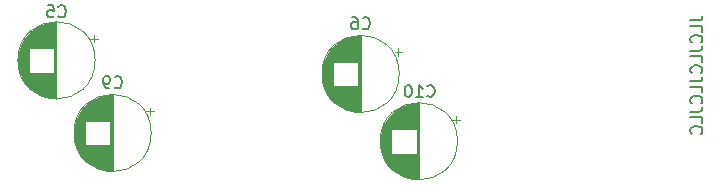
<source format=gbo>
G04 #@! TF.GenerationSoftware,KiCad,Pcbnew,8.0.0-rc1*
G04 #@! TF.CreationDate,2025-07-19T19:19:54+02:00*
G04 #@! TF.ProjectId,Pneumatic control unit system,506e6575-6d61-4746-9963-20636f6e7472,rev?*
G04 #@! TF.SameCoordinates,Original*
G04 #@! TF.FileFunction,Legend,Bot*
G04 #@! TF.FilePolarity,Positive*
%FSLAX46Y46*%
G04 Gerber Fmt 4.6, Leading zero omitted, Abs format (unit mm)*
G04 Created by KiCad (PCBNEW 8.0.0-rc1) date 2025-07-19 19:19:54*
%MOMM*%
%LPD*%
G01*
G04 APERTURE LIST*
G04 Aperture macros list*
%AMRoundRect*
0 Rectangle with rounded corners*
0 $1 Rounding radius*
0 $2 $3 $4 $5 $6 $7 $8 $9 X,Y pos of 4 corners*
0 Add a 4 corners polygon primitive as box body*
4,1,4,$2,$3,$4,$5,$6,$7,$8,$9,$2,$3,0*
0 Add four circle primitives for the rounded corners*
1,1,$1+$1,$2,$3*
1,1,$1+$1,$4,$5*
1,1,$1+$1,$6,$7*
1,1,$1+$1,$8,$9*
0 Add four rect primitives between the rounded corners*
20,1,$1+$1,$2,$3,$4,$5,0*
20,1,$1+$1,$4,$5,$6,$7,0*
20,1,$1+$1,$6,$7,$8,$9,0*
20,1,$1+$1,$8,$9,$2,$3,0*%
G04 Aperture macros list end*
%ADD10C,0.150000*%
%ADD11C,0.120000*%
%ADD12R,1.600000X1.600000*%
%ADD13O,1.600000X1.600000*%
%ADD14R,2.200000X2.200000*%
%ADD15O,2.200000X2.200000*%
%ADD16C,2.000000*%
%ADD17C,1.000000*%
%ADD18C,3.200000*%
%ADD19RoundRect,0.250000X0.600000X-0.600000X0.600000X0.600000X-0.600000X0.600000X-0.600000X-0.600000X0*%
%ADD20C,1.700000*%
%ADD21C,1.100000*%
%ADD22C,2.200000*%
%ADD23C,1.600000*%
G04 APERTURE END LIST*
D10*
X79669819Y-30722493D02*
X80384104Y-30722493D01*
X80384104Y-30722493D02*
X80526961Y-30674874D01*
X80526961Y-30674874D02*
X80622200Y-30579636D01*
X80622200Y-30579636D02*
X80669819Y-30436779D01*
X80669819Y-30436779D02*
X80669819Y-30341541D01*
X80669819Y-31674874D02*
X80669819Y-31198684D01*
X80669819Y-31198684D02*
X79669819Y-31198684D01*
X80574580Y-32579636D02*
X80622200Y-32532017D01*
X80622200Y-32532017D02*
X80669819Y-32389160D01*
X80669819Y-32389160D02*
X80669819Y-32293922D01*
X80669819Y-32293922D02*
X80622200Y-32151065D01*
X80622200Y-32151065D02*
X80526961Y-32055827D01*
X80526961Y-32055827D02*
X80431723Y-32008208D01*
X80431723Y-32008208D02*
X80241247Y-31960589D01*
X80241247Y-31960589D02*
X80098390Y-31960589D01*
X80098390Y-31960589D02*
X79907914Y-32008208D01*
X79907914Y-32008208D02*
X79812676Y-32055827D01*
X79812676Y-32055827D02*
X79717438Y-32151065D01*
X79717438Y-32151065D02*
X79669819Y-32293922D01*
X79669819Y-32293922D02*
X79669819Y-32389160D01*
X79669819Y-32389160D02*
X79717438Y-32532017D01*
X79717438Y-32532017D02*
X79765057Y-32579636D01*
X79669819Y-33293922D02*
X80384104Y-33293922D01*
X80384104Y-33293922D02*
X80526961Y-33246303D01*
X80526961Y-33246303D02*
X80622200Y-33151065D01*
X80622200Y-33151065D02*
X80669819Y-33008208D01*
X80669819Y-33008208D02*
X80669819Y-32912970D01*
X80669819Y-34246303D02*
X80669819Y-33770113D01*
X80669819Y-33770113D02*
X79669819Y-33770113D01*
X80574580Y-35151065D02*
X80622200Y-35103446D01*
X80622200Y-35103446D02*
X80669819Y-34960589D01*
X80669819Y-34960589D02*
X80669819Y-34865351D01*
X80669819Y-34865351D02*
X80622200Y-34722494D01*
X80622200Y-34722494D02*
X80526961Y-34627256D01*
X80526961Y-34627256D02*
X80431723Y-34579637D01*
X80431723Y-34579637D02*
X80241247Y-34532018D01*
X80241247Y-34532018D02*
X80098390Y-34532018D01*
X80098390Y-34532018D02*
X79907914Y-34579637D01*
X79907914Y-34579637D02*
X79812676Y-34627256D01*
X79812676Y-34627256D02*
X79717438Y-34722494D01*
X79717438Y-34722494D02*
X79669819Y-34865351D01*
X79669819Y-34865351D02*
X79669819Y-34960589D01*
X79669819Y-34960589D02*
X79717438Y-35103446D01*
X79717438Y-35103446D02*
X79765057Y-35151065D01*
X79669819Y-35865351D02*
X80384104Y-35865351D01*
X80384104Y-35865351D02*
X80526961Y-35817732D01*
X80526961Y-35817732D02*
X80622200Y-35722494D01*
X80622200Y-35722494D02*
X80669819Y-35579637D01*
X80669819Y-35579637D02*
X80669819Y-35484399D01*
X80669819Y-36817732D02*
X80669819Y-36341542D01*
X80669819Y-36341542D02*
X79669819Y-36341542D01*
X80574580Y-37722494D02*
X80622200Y-37674875D01*
X80622200Y-37674875D02*
X80669819Y-37532018D01*
X80669819Y-37532018D02*
X80669819Y-37436780D01*
X80669819Y-37436780D02*
X80622200Y-37293923D01*
X80622200Y-37293923D02*
X80526961Y-37198685D01*
X80526961Y-37198685D02*
X80431723Y-37151066D01*
X80431723Y-37151066D02*
X80241247Y-37103447D01*
X80241247Y-37103447D02*
X80098390Y-37103447D01*
X80098390Y-37103447D02*
X79907914Y-37151066D01*
X79907914Y-37151066D02*
X79812676Y-37198685D01*
X79812676Y-37198685D02*
X79717438Y-37293923D01*
X79717438Y-37293923D02*
X79669819Y-37436780D01*
X79669819Y-37436780D02*
X79669819Y-37532018D01*
X79669819Y-37532018D02*
X79717438Y-37674875D01*
X79717438Y-37674875D02*
X79765057Y-37722494D01*
X79669819Y-38436780D02*
X80384104Y-38436780D01*
X80384104Y-38436780D02*
X80526961Y-38389161D01*
X80526961Y-38389161D02*
X80622200Y-38293923D01*
X80622200Y-38293923D02*
X80669819Y-38151066D01*
X80669819Y-38151066D02*
X80669819Y-38055828D01*
X80669819Y-39389161D02*
X80669819Y-38912971D01*
X80669819Y-38912971D02*
X79669819Y-38912971D01*
X80574580Y-40293923D02*
X80622200Y-40246304D01*
X80622200Y-40246304D02*
X80669819Y-40103447D01*
X80669819Y-40103447D02*
X80669819Y-40008209D01*
X80669819Y-40008209D02*
X80622200Y-39865352D01*
X80622200Y-39865352D02*
X80526961Y-39770114D01*
X80526961Y-39770114D02*
X80431723Y-39722495D01*
X80431723Y-39722495D02*
X80241247Y-39674876D01*
X80241247Y-39674876D02*
X80098390Y-39674876D01*
X80098390Y-39674876D02*
X79907914Y-39722495D01*
X79907914Y-39722495D02*
X79812676Y-39770114D01*
X79812676Y-39770114D02*
X79717438Y-39865352D01*
X79717438Y-39865352D02*
X79669819Y-40008209D01*
X79669819Y-40008209D02*
X79669819Y-40103447D01*
X79669819Y-40103447D02*
X79717438Y-40246304D01*
X79717438Y-40246304D02*
X79765057Y-40293923D01*
X30916666Y-36359580D02*
X30964285Y-36407200D01*
X30964285Y-36407200D02*
X31107142Y-36454819D01*
X31107142Y-36454819D02*
X31202380Y-36454819D01*
X31202380Y-36454819D02*
X31345237Y-36407200D01*
X31345237Y-36407200D02*
X31440475Y-36311961D01*
X31440475Y-36311961D02*
X31488094Y-36216723D01*
X31488094Y-36216723D02*
X31535713Y-36026247D01*
X31535713Y-36026247D02*
X31535713Y-35883390D01*
X31535713Y-35883390D02*
X31488094Y-35692914D01*
X31488094Y-35692914D02*
X31440475Y-35597676D01*
X31440475Y-35597676D02*
X31345237Y-35502438D01*
X31345237Y-35502438D02*
X31202380Y-35454819D01*
X31202380Y-35454819D02*
X31107142Y-35454819D01*
X31107142Y-35454819D02*
X30964285Y-35502438D01*
X30964285Y-35502438D02*
X30916666Y-35550057D01*
X30440475Y-36454819D02*
X30249999Y-36454819D01*
X30249999Y-36454819D02*
X30154761Y-36407200D01*
X30154761Y-36407200D02*
X30107142Y-36359580D01*
X30107142Y-36359580D02*
X30011904Y-36216723D01*
X30011904Y-36216723D02*
X29964285Y-36026247D01*
X29964285Y-36026247D02*
X29964285Y-35645295D01*
X29964285Y-35645295D02*
X30011904Y-35550057D01*
X30011904Y-35550057D02*
X30059523Y-35502438D01*
X30059523Y-35502438D02*
X30154761Y-35454819D01*
X30154761Y-35454819D02*
X30345237Y-35454819D01*
X30345237Y-35454819D02*
X30440475Y-35502438D01*
X30440475Y-35502438D02*
X30488094Y-35550057D01*
X30488094Y-35550057D02*
X30535713Y-35645295D01*
X30535713Y-35645295D02*
X30535713Y-35883390D01*
X30535713Y-35883390D02*
X30488094Y-35978628D01*
X30488094Y-35978628D02*
X30440475Y-36026247D01*
X30440475Y-36026247D02*
X30345237Y-36073866D01*
X30345237Y-36073866D02*
X30154761Y-36073866D01*
X30154761Y-36073866D02*
X30059523Y-36026247D01*
X30059523Y-36026247D02*
X30011904Y-35978628D01*
X30011904Y-35978628D02*
X29964285Y-35883390D01*
X51916666Y-31359580D02*
X51964285Y-31407200D01*
X51964285Y-31407200D02*
X52107142Y-31454819D01*
X52107142Y-31454819D02*
X52202380Y-31454819D01*
X52202380Y-31454819D02*
X52345237Y-31407200D01*
X52345237Y-31407200D02*
X52440475Y-31311961D01*
X52440475Y-31311961D02*
X52488094Y-31216723D01*
X52488094Y-31216723D02*
X52535713Y-31026247D01*
X52535713Y-31026247D02*
X52535713Y-30883390D01*
X52535713Y-30883390D02*
X52488094Y-30692914D01*
X52488094Y-30692914D02*
X52440475Y-30597676D01*
X52440475Y-30597676D02*
X52345237Y-30502438D01*
X52345237Y-30502438D02*
X52202380Y-30454819D01*
X52202380Y-30454819D02*
X52107142Y-30454819D01*
X52107142Y-30454819D02*
X51964285Y-30502438D01*
X51964285Y-30502438D02*
X51916666Y-30550057D01*
X51059523Y-30454819D02*
X51249999Y-30454819D01*
X51249999Y-30454819D02*
X51345237Y-30502438D01*
X51345237Y-30502438D02*
X51392856Y-30550057D01*
X51392856Y-30550057D02*
X51488094Y-30692914D01*
X51488094Y-30692914D02*
X51535713Y-30883390D01*
X51535713Y-30883390D02*
X51535713Y-31264342D01*
X51535713Y-31264342D02*
X51488094Y-31359580D01*
X51488094Y-31359580D02*
X51440475Y-31407200D01*
X51440475Y-31407200D02*
X51345237Y-31454819D01*
X51345237Y-31454819D02*
X51154761Y-31454819D01*
X51154761Y-31454819D02*
X51059523Y-31407200D01*
X51059523Y-31407200D02*
X51011904Y-31359580D01*
X51011904Y-31359580D02*
X50964285Y-31264342D01*
X50964285Y-31264342D02*
X50964285Y-31026247D01*
X50964285Y-31026247D02*
X51011904Y-30931009D01*
X51011904Y-30931009D02*
X51059523Y-30883390D01*
X51059523Y-30883390D02*
X51154761Y-30835771D01*
X51154761Y-30835771D02*
X51345237Y-30835771D01*
X51345237Y-30835771D02*
X51440475Y-30883390D01*
X51440475Y-30883390D02*
X51488094Y-30931009D01*
X51488094Y-30931009D02*
X51535713Y-31026247D01*
X57392857Y-37109580D02*
X57440476Y-37157200D01*
X57440476Y-37157200D02*
X57583333Y-37204819D01*
X57583333Y-37204819D02*
X57678571Y-37204819D01*
X57678571Y-37204819D02*
X57821428Y-37157200D01*
X57821428Y-37157200D02*
X57916666Y-37061961D01*
X57916666Y-37061961D02*
X57964285Y-36966723D01*
X57964285Y-36966723D02*
X58011904Y-36776247D01*
X58011904Y-36776247D02*
X58011904Y-36633390D01*
X58011904Y-36633390D02*
X57964285Y-36442914D01*
X57964285Y-36442914D02*
X57916666Y-36347676D01*
X57916666Y-36347676D02*
X57821428Y-36252438D01*
X57821428Y-36252438D02*
X57678571Y-36204819D01*
X57678571Y-36204819D02*
X57583333Y-36204819D01*
X57583333Y-36204819D02*
X57440476Y-36252438D01*
X57440476Y-36252438D02*
X57392857Y-36300057D01*
X56440476Y-37204819D02*
X57011904Y-37204819D01*
X56726190Y-37204819D02*
X56726190Y-36204819D01*
X56726190Y-36204819D02*
X56821428Y-36347676D01*
X56821428Y-36347676D02*
X56916666Y-36442914D01*
X56916666Y-36442914D02*
X57011904Y-36490533D01*
X55821428Y-36204819D02*
X55726190Y-36204819D01*
X55726190Y-36204819D02*
X55630952Y-36252438D01*
X55630952Y-36252438D02*
X55583333Y-36300057D01*
X55583333Y-36300057D02*
X55535714Y-36395295D01*
X55535714Y-36395295D02*
X55488095Y-36585771D01*
X55488095Y-36585771D02*
X55488095Y-36823866D01*
X55488095Y-36823866D02*
X55535714Y-37014342D01*
X55535714Y-37014342D02*
X55583333Y-37109580D01*
X55583333Y-37109580D02*
X55630952Y-37157200D01*
X55630952Y-37157200D02*
X55726190Y-37204819D01*
X55726190Y-37204819D02*
X55821428Y-37204819D01*
X55821428Y-37204819D02*
X55916666Y-37157200D01*
X55916666Y-37157200D02*
X55964285Y-37109580D01*
X55964285Y-37109580D02*
X56011904Y-37014342D01*
X56011904Y-37014342D02*
X56059523Y-36823866D01*
X56059523Y-36823866D02*
X56059523Y-36585771D01*
X56059523Y-36585771D02*
X56011904Y-36395295D01*
X56011904Y-36395295D02*
X55964285Y-36300057D01*
X55964285Y-36300057D02*
X55916666Y-36252438D01*
X55916666Y-36252438D02*
X55821428Y-36204819D01*
X26166666Y-30359580D02*
X26214285Y-30407200D01*
X26214285Y-30407200D02*
X26357142Y-30454819D01*
X26357142Y-30454819D02*
X26452380Y-30454819D01*
X26452380Y-30454819D02*
X26595237Y-30407200D01*
X26595237Y-30407200D02*
X26690475Y-30311961D01*
X26690475Y-30311961D02*
X26738094Y-30216723D01*
X26738094Y-30216723D02*
X26785713Y-30026247D01*
X26785713Y-30026247D02*
X26785713Y-29883390D01*
X26785713Y-29883390D02*
X26738094Y-29692914D01*
X26738094Y-29692914D02*
X26690475Y-29597676D01*
X26690475Y-29597676D02*
X26595237Y-29502438D01*
X26595237Y-29502438D02*
X26452380Y-29454819D01*
X26452380Y-29454819D02*
X26357142Y-29454819D01*
X26357142Y-29454819D02*
X26214285Y-29502438D01*
X26214285Y-29502438D02*
X26166666Y-29550057D01*
X25261904Y-29454819D02*
X25738094Y-29454819D01*
X25738094Y-29454819D02*
X25785713Y-29931009D01*
X25785713Y-29931009D02*
X25738094Y-29883390D01*
X25738094Y-29883390D02*
X25642856Y-29835771D01*
X25642856Y-29835771D02*
X25404761Y-29835771D01*
X25404761Y-29835771D02*
X25309523Y-29883390D01*
X25309523Y-29883390D02*
X25261904Y-29931009D01*
X25261904Y-29931009D02*
X25214285Y-30026247D01*
X25214285Y-30026247D02*
X25214285Y-30264342D01*
X25214285Y-30264342D02*
X25261904Y-30359580D01*
X25261904Y-30359580D02*
X25309523Y-30407200D01*
X25309523Y-30407200D02*
X25404761Y-30454819D01*
X25404761Y-30454819D02*
X25642856Y-30454819D01*
X25642856Y-30454819D02*
X25738094Y-30407200D01*
X25738094Y-30407200D02*
X25785713Y-30359580D01*
D11*
X27509000Y-40652000D02*
X27509000Y-39848000D01*
X27549000Y-40883000D02*
X27549000Y-39617000D01*
X27589000Y-41052000D02*
X27589000Y-39448000D01*
X27629000Y-41190000D02*
X27629000Y-39310000D01*
X27669000Y-41309000D02*
X27669000Y-39191000D01*
X27709000Y-41415000D02*
X27709000Y-39085000D01*
X27749000Y-41512000D02*
X27749000Y-38988000D01*
X27789000Y-41600000D02*
X27789000Y-38900000D01*
X27829000Y-41682000D02*
X27829000Y-38818000D01*
X27869000Y-41759000D02*
X27869000Y-38741000D01*
X27909000Y-41831000D02*
X27909000Y-38669000D01*
X27949000Y-41900000D02*
X27949000Y-38600000D01*
X27989000Y-41964000D02*
X27989000Y-38536000D01*
X28029000Y-42026000D02*
X28029000Y-38474000D01*
X28069000Y-42084000D02*
X28069000Y-38416000D01*
X28109000Y-42140000D02*
X28109000Y-38360000D01*
X28149000Y-42194000D02*
X28149000Y-38306000D01*
X28189000Y-42245000D02*
X28189000Y-38255000D01*
X28229000Y-42294000D02*
X28229000Y-38206000D01*
X28269000Y-42342000D02*
X28269000Y-38158000D01*
X28309000Y-42387000D02*
X28309000Y-38113000D01*
X28349000Y-42432000D02*
X28349000Y-38068000D01*
X28389000Y-42474000D02*
X28389000Y-38026000D01*
X28429000Y-42515000D02*
X28429000Y-37985000D01*
X28469000Y-39210000D02*
X28469000Y-37945000D01*
X28469000Y-42555000D02*
X28469000Y-41290000D01*
X28509000Y-39210000D02*
X28509000Y-37907000D01*
X28509000Y-42593000D02*
X28509000Y-41290000D01*
X28549000Y-39210000D02*
X28549000Y-37870000D01*
X28549000Y-42630000D02*
X28549000Y-41290000D01*
X28589000Y-39210000D02*
X28589000Y-37834000D01*
X28589000Y-42666000D02*
X28589000Y-41290000D01*
X28629000Y-39210000D02*
X28629000Y-37800000D01*
X28629000Y-42700000D02*
X28629000Y-41290000D01*
X28669000Y-39210000D02*
X28669000Y-37766000D01*
X28669000Y-42734000D02*
X28669000Y-41290000D01*
X28709000Y-39210000D02*
X28709000Y-37734000D01*
X28709000Y-42766000D02*
X28709000Y-41290000D01*
X28749000Y-39210000D02*
X28749000Y-37702000D01*
X28749000Y-42798000D02*
X28749000Y-41290000D01*
X28789000Y-39210000D02*
X28789000Y-37672000D01*
X28789000Y-42828000D02*
X28789000Y-41290000D01*
X28829000Y-39210000D02*
X28829000Y-37643000D01*
X28829000Y-42857000D02*
X28829000Y-41290000D01*
X28869000Y-39210000D02*
X28869000Y-37614000D01*
X28869000Y-42886000D02*
X28869000Y-41290000D01*
X28909000Y-39210000D02*
X28909000Y-37586000D01*
X28909000Y-42914000D02*
X28909000Y-41290000D01*
X28949000Y-39210000D02*
X28949000Y-37560000D01*
X28949000Y-42940000D02*
X28949000Y-41290000D01*
X28989000Y-39210000D02*
X28989000Y-37534000D01*
X28989000Y-42966000D02*
X28989000Y-41290000D01*
X29029000Y-39210000D02*
X29029000Y-37508000D01*
X29029000Y-42992000D02*
X29029000Y-41290000D01*
X29069000Y-39210000D02*
X29069000Y-37484000D01*
X29069000Y-43016000D02*
X29069000Y-41290000D01*
X29109000Y-39210000D02*
X29109000Y-37460000D01*
X29109000Y-43040000D02*
X29109000Y-41290000D01*
X29149000Y-39210000D02*
X29149000Y-37438000D01*
X29149000Y-43062000D02*
X29149000Y-41290000D01*
X29189000Y-39210000D02*
X29189000Y-37416000D01*
X29189000Y-43084000D02*
X29189000Y-41290000D01*
X29229000Y-39210000D02*
X29229000Y-37394000D01*
X29229000Y-43106000D02*
X29229000Y-41290000D01*
X29269000Y-39210000D02*
X29269000Y-37374000D01*
X29269000Y-43126000D02*
X29269000Y-41290000D01*
X29309000Y-39210000D02*
X29309000Y-37354000D01*
X29309000Y-43146000D02*
X29309000Y-41290000D01*
X29349000Y-39210000D02*
X29349000Y-37334000D01*
X29349000Y-43166000D02*
X29349000Y-41290000D01*
X29389000Y-39210000D02*
X29389000Y-37316000D01*
X29389000Y-43184000D02*
X29389000Y-41290000D01*
X29429000Y-39210000D02*
X29429000Y-37298000D01*
X29429000Y-43202000D02*
X29429000Y-41290000D01*
X29469000Y-39210000D02*
X29469000Y-37280000D01*
X29469000Y-43220000D02*
X29469000Y-41290000D01*
X29509000Y-39210000D02*
X29509000Y-37264000D01*
X29509000Y-43236000D02*
X29509000Y-41290000D01*
X29549000Y-39210000D02*
X29549000Y-37248000D01*
X29549000Y-43252000D02*
X29549000Y-41290000D01*
X29589000Y-39210000D02*
X29589000Y-37232000D01*
X29589000Y-43268000D02*
X29589000Y-41290000D01*
X29629000Y-39210000D02*
X29629000Y-37217000D01*
X29629000Y-43283000D02*
X29629000Y-41290000D01*
X29669000Y-39210000D02*
X29669000Y-37203000D01*
X29669000Y-43297000D02*
X29669000Y-41290000D01*
X29709000Y-39210000D02*
X29709000Y-37189000D01*
X29709000Y-43311000D02*
X29709000Y-41290000D01*
X29749000Y-39210000D02*
X29749000Y-37176000D01*
X29749000Y-43324000D02*
X29749000Y-41290000D01*
X29789000Y-39210000D02*
X29789000Y-37164000D01*
X29789000Y-43336000D02*
X29789000Y-41290000D01*
X29829000Y-39210000D02*
X29829000Y-37152000D01*
X29829000Y-43348000D02*
X29829000Y-41290000D01*
X29869000Y-39210000D02*
X29869000Y-37140000D01*
X29869000Y-43360000D02*
X29869000Y-41290000D01*
X29909000Y-39210000D02*
X29909000Y-37129000D01*
X29909000Y-43371000D02*
X29909000Y-41290000D01*
X29949000Y-39210000D02*
X29949000Y-37119000D01*
X29949000Y-43381000D02*
X29949000Y-41290000D01*
X29989000Y-39210000D02*
X29989000Y-37109000D01*
X29989000Y-43391000D02*
X29989000Y-41290000D01*
X30029000Y-39210000D02*
X30029000Y-37100000D01*
X30029000Y-43400000D02*
X30029000Y-41290000D01*
X30070000Y-39210000D02*
X30070000Y-37091000D01*
X30070000Y-43409000D02*
X30070000Y-41290000D01*
X30110000Y-39210000D02*
X30110000Y-37083000D01*
X30110000Y-43417000D02*
X30110000Y-41290000D01*
X30150000Y-39210000D02*
X30150000Y-37075000D01*
X30150000Y-43425000D02*
X30150000Y-41290000D01*
X30190000Y-39210000D02*
X30190000Y-37068000D01*
X30190000Y-43432000D02*
X30190000Y-41290000D01*
X30230000Y-39210000D02*
X30230000Y-37061000D01*
X30230000Y-43439000D02*
X30230000Y-41290000D01*
X30270000Y-39210000D02*
X30270000Y-37055000D01*
X30270000Y-43445000D02*
X30270000Y-41290000D01*
X30310000Y-39210000D02*
X30310000Y-37049000D01*
X30310000Y-43451000D02*
X30310000Y-41290000D01*
X30350000Y-39210000D02*
X30350000Y-37044000D01*
X30350000Y-43456000D02*
X30350000Y-41290000D01*
X30390000Y-39210000D02*
X30390000Y-37039000D01*
X30390000Y-43461000D02*
X30390000Y-41290000D01*
X30430000Y-39210000D02*
X30430000Y-37035000D01*
X30430000Y-43465000D02*
X30430000Y-41290000D01*
X30470000Y-39210000D02*
X30470000Y-37032000D01*
X30470000Y-43468000D02*
X30470000Y-41290000D01*
X30510000Y-39210000D02*
X30510000Y-37028000D01*
X30510000Y-43472000D02*
X30510000Y-41290000D01*
X30550000Y-43474000D02*
X30550000Y-37026000D01*
X30590000Y-43477000D02*
X30590000Y-37023000D01*
X30630000Y-43478000D02*
X30630000Y-37022000D01*
X30670000Y-43480000D02*
X30670000Y-37020000D01*
X30710000Y-43480000D02*
X30710000Y-37020000D01*
X30750000Y-43480000D02*
X30750000Y-37020000D01*
X33620241Y-38411000D02*
X34250241Y-38411000D01*
X33935241Y-38726000D02*
X33935241Y-38096000D01*
X34020000Y-40250000D02*
G75*
G02*
X27480000Y-40250000I-3270000J0D01*
G01*
X27480000Y-40250000D02*
G75*
G02*
X34020000Y-40250000I3270000J0D01*
G01*
X48509000Y-35652000D02*
X48509000Y-34848000D01*
X48549000Y-35883000D02*
X48549000Y-34617000D01*
X48589000Y-36052000D02*
X48589000Y-34448000D01*
X48629000Y-36190000D02*
X48629000Y-34310000D01*
X48669000Y-36309000D02*
X48669000Y-34191000D01*
X48709000Y-36415000D02*
X48709000Y-34085000D01*
X48749000Y-36512000D02*
X48749000Y-33988000D01*
X48789000Y-36600000D02*
X48789000Y-33900000D01*
X48829000Y-36682000D02*
X48829000Y-33818000D01*
X48869000Y-36759000D02*
X48869000Y-33741000D01*
X48909000Y-36831000D02*
X48909000Y-33669000D01*
X48949000Y-36900000D02*
X48949000Y-33600000D01*
X48989000Y-36964000D02*
X48989000Y-33536000D01*
X49029000Y-37026000D02*
X49029000Y-33474000D01*
X49069000Y-37084000D02*
X49069000Y-33416000D01*
X49109000Y-37140000D02*
X49109000Y-33360000D01*
X49149000Y-37194000D02*
X49149000Y-33306000D01*
X49189000Y-37245000D02*
X49189000Y-33255000D01*
X49229000Y-37294000D02*
X49229000Y-33206000D01*
X49269000Y-37342000D02*
X49269000Y-33158000D01*
X49309000Y-37387000D02*
X49309000Y-33113000D01*
X49349000Y-37432000D02*
X49349000Y-33068000D01*
X49389000Y-37474000D02*
X49389000Y-33026000D01*
X49429000Y-37515000D02*
X49429000Y-32985000D01*
X49469000Y-34210000D02*
X49469000Y-32945000D01*
X49469000Y-37555000D02*
X49469000Y-36290000D01*
X49509000Y-34210000D02*
X49509000Y-32907000D01*
X49509000Y-37593000D02*
X49509000Y-36290000D01*
X49549000Y-34210000D02*
X49549000Y-32870000D01*
X49549000Y-37630000D02*
X49549000Y-36290000D01*
X49589000Y-34210000D02*
X49589000Y-32834000D01*
X49589000Y-37666000D02*
X49589000Y-36290000D01*
X49629000Y-34210000D02*
X49629000Y-32800000D01*
X49629000Y-37700000D02*
X49629000Y-36290000D01*
X49669000Y-34210000D02*
X49669000Y-32766000D01*
X49669000Y-37734000D02*
X49669000Y-36290000D01*
X49709000Y-34210000D02*
X49709000Y-32734000D01*
X49709000Y-37766000D02*
X49709000Y-36290000D01*
X49749000Y-34210000D02*
X49749000Y-32702000D01*
X49749000Y-37798000D02*
X49749000Y-36290000D01*
X49789000Y-34210000D02*
X49789000Y-32672000D01*
X49789000Y-37828000D02*
X49789000Y-36290000D01*
X49829000Y-34210000D02*
X49829000Y-32643000D01*
X49829000Y-37857000D02*
X49829000Y-36290000D01*
X49869000Y-34210000D02*
X49869000Y-32614000D01*
X49869000Y-37886000D02*
X49869000Y-36290000D01*
X49909000Y-34210000D02*
X49909000Y-32586000D01*
X49909000Y-37914000D02*
X49909000Y-36290000D01*
X49949000Y-34210000D02*
X49949000Y-32560000D01*
X49949000Y-37940000D02*
X49949000Y-36290000D01*
X49989000Y-34210000D02*
X49989000Y-32534000D01*
X49989000Y-37966000D02*
X49989000Y-36290000D01*
X50029000Y-34210000D02*
X50029000Y-32508000D01*
X50029000Y-37992000D02*
X50029000Y-36290000D01*
X50069000Y-34210000D02*
X50069000Y-32484000D01*
X50069000Y-38016000D02*
X50069000Y-36290000D01*
X50109000Y-34210000D02*
X50109000Y-32460000D01*
X50109000Y-38040000D02*
X50109000Y-36290000D01*
X50149000Y-34210000D02*
X50149000Y-32438000D01*
X50149000Y-38062000D02*
X50149000Y-36290000D01*
X50189000Y-34210000D02*
X50189000Y-32416000D01*
X50189000Y-38084000D02*
X50189000Y-36290000D01*
X50229000Y-34210000D02*
X50229000Y-32394000D01*
X50229000Y-38106000D02*
X50229000Y-36290000D01*
X50269000Y-34210000D02*
X50269000Y-32374000D01*
X50269000Y-38126000D02*
X50269000Y-36290000D01*
X50309000Y-34210000D02*
X50309000Y-32354000D01*
X50309000Y-38146000D02*
X50309000Y-36290000D01*
X50349000Y-34210000D02*
X50349000Y-32334000D01*
X50349000Y-38166000D02*
X50349000Y-36290000D01*
X50389000Y-34210000D02*
X50389000Y-32316000D01*
X50389000Y-38184000D02*
X50389000Y-36290000D01*
X50429000Y-34210000D02*
X50429000Y-32298000D01*
X50429000Y-38202000D02*
X50429000Y-36290000D01*
X50469000Y-34210000D02*
X50469000Y-32280000D01*
X50469000Y-38220000D02*
X50469000Y-36290000D01*
X50509000Y-34210000D02*
X50509000Y-32264000D01*
X50509000Y-38236000D02*
X50509000Y-36290000D01*
X50549000Y-34210000D02*
X50549000Y-32248000D01*
X50549000Y-38252000D02*
X50549000Y-36290000D01*
X50589000Y-34210000D02*
X50589000Y-32232000D01*
X50589000Y-38268000D02*
X50589000Y-36290000D01*
X50629000Y-34210000D02*
X50629000Y-32217000D01*
X50629000Y-38283000D02*
X50629000Y-36290000D01*
X50669000Y-34210000D02*
X50669000Y-32203000D01*
X50669000Y-38297000D02*
X50669000Y-36290000D01*
X50709000Y-34210000D02*
X50709000Y-32189000D01*
X50709000Y-38311000D02*
X50709000Y-36290000D01*
X50749000Y-34210000D02*
X50749000Y-32176000D01*
X50749000Y-38324000D02*
X50749000Y-36290000D01*
X50789000Y-34210000D02*
X50789000Y-32164000D01*
X50789000Y-38336000D02*
X50789000Y-36290000D01*
X50829000Y-34210000D02*
X50829000Y-32152000D01*
X50829000Y-38348000D02*
X50829000Y-36290000D01*
X50869000Y-34210000D02*
X50869000Y-32140000D01*
X50869000Y-38360000D02*
X50869000Y-36290000D01*
X50909000Y-34210000D02*
X50909000Y-32129000D01*
X50909000Y-38371000D02*
X50909000Y-36290000D01*
X50949000Y-34210000D02*
X50949000Y-32119000D01*
X50949000Y-38381000D02*
X50949000Y-36290000D01*
X50989000Y-34210000D02*
X50989000Y-32109000D01*
X50989000Y-38391000D02*
X50989000Y-36290000D01*
X51029000Y-34210000D02*
X51029000Y-32100000D01*
X51029000Y-38400000D02*
X51029000Y-36290000D01*
X51070000Y-34210000D02*
X51070000Y-32091000D01*
X51070000Y-38409000D02*
X51070000Y-36290000D01*
X51110000Y-34210000D02*
X51110000Y-32083000D01*
X51110000Y-38417000D02*
X51110000Y-36290000D01*
X51150000Y-34210000D02*
X51150000Y-32075000D01*
X51150000Y-38425000D02*
X51150000Y-36290000D01*
X51190000Y-34210000D02*
X51190000Y-32068000D01*
X51190000Y-38432000D02*
X51190000Y-36290000D01*
X51230000Y-34210000D02*
X51230000Y-32061000D01*
X51230000Y-38439000D02*
X51230000Y-36290000D01*
X51270000Y-34210000D02*
X51270000Y-32055000D01*
X51270000Y-38445000D02*
X51270000Y-36290000D01*
X51310000Y-34210000D02*
X51310000Y-32049000D01*
X51310000Y-38451000D02*
X51310000Y-36290000D01*
X51350000Y-34210000D02*
X51350000Y-32044000D01*
X51350000Y-38456000D02*
X51350000Y-36290000D01*
X51390000Y-34210000D02*
X51390000Y-32039000D01*
X51390000Y-38461000D02*
X51390000Y-36290000D01*
X51430000Y-34210000D02*
X51430000Y-32035000D01*
X51430000Y-38465000D02*
X51430000Y-36290000D01*
X51470000Y-34210000D02*
X51470000Y-32032000D01*
X51470000Y-38468000D02*
X51470000Y-36290000D01*
X51510000Y-34210000D02*
X51510000Y-32028000D01*
X51510000Y-38472000D02*
X51510000Y-36290000D01*
X51550000Y-38474000D02*
X51550000Y-32026000D01*
X51590000Y-38477000D02*
X51590000Y-32023000D01*
X51630000Y-38478000D02*
X51630000Y-32022000D01*
X51670000Y-38480000D02*
X51670000Y-32020000D01*
X51710000Y-38480000D02*
X51710000Y-32020000D01*
X51750000Y-38480000D02*
X51750000Y-32020000D01*
X54620241Y-33411000D02*
X55250241Y-33411000D01*
X54935241Y-33726000D02*
X54935241Y-33096000D01*
X55020000Y-35250000D02*
G75*
G02*
X48480000Y-35250000I-3270000J0D01*
G01*
X48480000Y-35250000D02*
G75*
G02*
X55020000Y-35250000I3270000J0D01*
G01*
X53441380Y-41352000D02*
X53441380Y-40548000D01*
X53481380Y-41583000D02*
X53481380Y-40317000D01*
X53521380Y-41752000D02*
X53521380Y-40148000D01*
X53561380Y-41890000D02*
X53561380Y-40010000D01*
X53601380Y-42009000D02*
X53601380Y-39891000D01*
X53641380Y-42115000D02*
X53641380Y-39785000D01*
X53681380Y-42212000D02*
X53681380Y-39688000D01*
X53721380Y-42300000D02*
X53721380Y-39600000D01*
X53761380Y-42382000D02*
X53761380Y-39518000D01*
X53801380Y-42459000D02*
X53801380Y-39441000D01*
X53841380Y-42531000D02*
X53841380Y-39369000D01*
X53881380Y-42600000D02*
X53881380Y-39300000D01*
X53921380Y-42664000D02*
X53921380Y-39236000D01*
X53961380Y-42726000D02*
X53961380Y-39174000D01*
X54001380Y-42784000D02*
X54001380Y-39116000D01*
X54041380Y-42840000D02*
X54041380Y-39060000D01*
X54081380Y-42894000D02*
X54081380Y-39006000D01*
X54121380Y-42945000D02*
X54121380Y-38955000D01*
X54161380Y-42994000D02*
X54161380Y-38906000D01*
X54201380Y-43042000D02*
X54201380Y-38858000D01*
X54241380Y-43087000D02*
X54241380Y-38813000D01*
X54281380Y-43132000D02*
X54281380Y-38768000D01*
X54321380Y-43174000D02*
X54321380Y-38726000D01*
X54361380Y-43215000D02*
X54361380Y-38685000D01*
X54401380Y-39910000D02*
X54401380Y-38645000D01*
X54401380Y-43255000D02*
X54401380Y-41990000D01*
X54441380Y-39910000D02*
X54441380Y-38607000D01*
X54441380Y-43293000D02*
X54441380Y-41990000D01*
X54481380Y-39910000D02*
X54481380Y-38570000D01*
X54481380Y-43330000D02*
X54481380Y-41990000D01*
X54521380Y-39910000D02*
X54521380Y-38534000D01*
X54521380Y-43366000D02*
X54521380Y-41990000D01*
X54561380Y-39910000D02*
X54561380Y-38500000D01*
X54561380Y-43400000D02*
X54561380Y-41990000D01*
X54601380Y-39910000D02*
X54601380Y-38466000D01*
X54601380Y-43434000D02*
X54601380Y-41990000D01*
X54641380Y-39910000D02*
X54641380Y-38434000D01*
X54641380Y-43466000D02*
X54641380Y-41990000D01*
X54681380Y-39910000D02*
X54681380Y-38402000D01*
X54681380Y-43498000D02*
X54681380Y-41990000D01*
X54721380Y-39910000D02*
X54721380Y-38372000D01*
X54721380Y-43528000D02*
X54721380Y-41990000D01*
X54761380Y-39910000D02*
X54761380Y-38343000D01*
X54761380Y-43557000D02*
X54761380Y-41990000D01*
X54801380Y-39910000D02*
X54801380Y-38314000D01*
X54801380Y-43586000D02*
X54801380Y-41990000D01*
X54841380Y-39910000D02*
X54841380Y-38286000D01*
X54841380Y-43614000D02*
X54841380Y-41990000D01*
X54881380Y-39910000D02*
X54881380Y-38260000D01*
X54881380Y-43640000D02*
X54881380Y-41990000D01*
X54921380Y-39910000D02*
X54921380Y-38234000D01*
X54921380Y-43666000D02*
X54921380Y-41990000D01*
X54961380Y-39910000D02*
X54961380Y-38208000D01*
X54961380Y-43692000D02*
X54961380Y-41990000D01*
X55001380Y-39910000D02*
X55001380Y-38184000D01*
X55001380Y-43716000D02*
X55001380Y-41990000D01*
X55041380Y-39910000D02*
X55041380Y-38160000D01*
X55041380Y-43740000D02*
X55041380Y-41990000D01*
X55081380Y-39910000D02*
X55081380Y-38138000D01*
X55081380Y-43762000D02*
X55081380Y-41990000D01*
X55121380Y-39910000D02*
X55121380Y-38116000D01*
X55121380Y-43784000D02*
X55121380Y-41990000D01*
X55161380Y-39910000D02*
X55161380Y-38094000D01*
X55161380Y-43806000D02*
X55161380Y-41990000D01*
X55201380Y-39910000D02*
X55201380Y-38074000D01*
X55201380Y-43826000D02*
X55201380Y-41990000D01*
X55241380Y-39910000D02*
X55241380Y-38054000D01*
X55241380Y-43846000D02*
X55241380Y-41990000D01*
X55281380Y-39910000D02*
X55281380Y-38034000D01*
X55281380Y-43866000D02*
X55281380Y-41990000D01*
X55321380Y-39910000D02*
X55321380Y-38016000D01*
X55321380Y-43884000D02*
X55321380Y-41990000D01*
X55361380Y-39910000D02*
X55361380Y-37998000D01*
X55361380Y-43902000D02*
X55361380Y-41990000D01*
X55401380Y-39910000D02*
X55401380Y-37980000D01*
X55401380Y-43920000D02*
X55401380Y-41990000D01*
X55441380Y-39910000D02*
X55441380Y-37964000D01*
X55441380Y-43936000D02*
X55441380Y-41990000D01*
X55481380Y-39910000D02*
X55481380Y-37948000D01*
X55481380Y-43952000D02*
X55481380Y-41990000D01*
X55521380Y-39910000D02*
X55521380Y-37932000D01*
X55521380Y-43968000D02*
X55521380Y-41990000D01*
X55561380Y-39910000D02*
X55561380Y-37917000D01*
X55561380Y-43983000D02*
X55561380Y-41990000D01*
X55601380Y-39910000D02*
X55601380Y-37903000D01*
X55601380Y-43997000D02*
X55601380Y-41990000D01*
X55641380Y-39910000D02*
X55641380Y-37889000D01*
X55641380Y-44011000D02*
X55641380Y-41990000D01*
X55681380Y-39910000D02*
X55681380Y-37876000D01*
X55681380Y-44024000D02*
X55681380Y-41990000D01*
X55721380Y-39910000D02*
X55721380Y-37864000D01*
X55721380Y-44036000D02*
X55721380Y-41990000D01*
X55761380Y-39910000D02*
X55761380Y-37852000D01*
X55761380Y-44048000D02*
X55761380Y-41990000D01*
X55801380Y-39910000D02*
X55801380Y-37840000D01*
X55801380Y-44060000D02*
X55801380Y-41990000D01*
X55841380Y-39910000D02*
X55841380Y-37829000D01*
X55841380Y-44071000D02*
X55841380Y-41990000D01*
X55881380Y-39910000D02*
X55881380Y-37819000D01*
X55881380Y-44081000D02*
X55881380Y-41990000D01*
X55921380Y-39910000D02*
X55921380Y-37809000D01*
X55921380Y-44091000D02*
X55921380Y-41990000D01*
X55961380Y-39910000D02*
X55961380Y-37800000D01*
X55961380Y-44100000D02*
X55961380Y-41990000D01*
X56002380Y-39910000D02*
X56002380Y-37791000D01*
X56002380Y-44109000D02*
X56002380Y-41990000D01*
X56042380Y-39910000D02*
X56042380Y-37783000D01*
X56042380Y-44117000D02*
X56042380Y-41990000D01*
X56082380Y-39910000D02*
X56082380Y-37775000D01*
X56082380Y-44125000D02*
X56082380Y-41990000D01*
X56122380Y-39910000D02*
X56122380Y-37768000D01*
X56122380Y-44132000D02*
X56122380Y-41990000D01*
X56162380Y-39910000D02*
X56162380Y-37761000D01*
X56162380Y-44139000D02*
X56162380Y-41990000D01*
X56202380Y-39910000D02*
X56202380Y-37755000D01*
X56202380Y-44145000D02*
X56202380Y-41990000D01*
X56242380Y-39910000D02*
X56242380Y-37749000D01*
X56242380Y-44151000D02*
X56242380Y-41990000D01*
X56282380Y-39910000D02*
X56282380Y-37744000D01*
X56282380Y-44156000D02*
X56282380Y-41990000D01*
X56322380Y-39910000D02*
X56322380Y-37739000D01*
X56322380Y-44161000D02*
X56322380Y-41990000D01*
X56362380Y-39910000D02*
X56362380Y-37735000D01*
X56362380Y-44165000D02*
X56362380Y-41990000D01*
X56402380Y-39910000D02*
X56402380Y-37732000D01*
X56402380Y-44168000D02*
X56402380Y-41990000D01*
X56442380Y-39910000D02*
X56442380Y-37728000D01*
X56442380Y-44172000D02*
X56442380Y-41990000D01*
X56482380Y-44174000D02*
X56482380Y-37726000D01*
X56522380Y-44177000D02*
X56522380Y-37723000D01*
X56562380Y-44178000D02*
X56562380Y-37722000D01*
X56602380Y-44180000D02*
X56602380Y-37720000D01*
X56642380Y-44180000D02*
X56642380Y-37720000D01*
X56682380Y-44180000D02*
X56682380Y-37720000D01*
X59552621Y-39111000D02*
X60182621Y-39111000D01*
X59867621Y-39426000D02*
X59867621Y-38796000D01*
X59952380Y-40950000D02*
G75*
G02*
X53412380Y-40950000I-3270000J0D01*
G01*
X53412380Y-40950000D02*
G75*
G02*
X59952380Y-40950000I3270000J0D01*
G01*
X22759000Y-34502000D02*
X22759000Y-33698000D01*
X22799000Y-34733000D02*
X22799000Y-33467000D01*
X22839000Y-34902000D02*
X22839000Y-33298000D01*
X22879000Y-35040000D02*
X22879000Y-33160000D01*
X22919000Y-35159000D02*
X22919000Y-33041000D01*
X22959000Y-35265000D02*
X22959000Y-32935000D01*
X22999000Y-35362000D02*
X22999000Y-32838000D01*
X23039000Y-35450000D02*
X23039000Y-32750000D01*
X23079000Y-35532000D02*
X23079000Y-32668000D01*
X23119000Y-35609000D02*
X23119000Y-32591000D01*
X23159000Y-35681000D02*
X23159000Y-32519000D01*
X23199000Y-35750000D02*
X23199000Y-32450000D01*
X23239000Y-35814000D02*
X23239000Y-32386000D01*
X23279000Y-35876000D02*
X23279000Y-32324000D01*
X23319000Y-35934000D02*
X23319000Y-32266000D01*
X23359000Y-35990000D02*
X23359000Y-32210000D01*
X23399000Y-36044000D02*
X23399000Y-32156000D01*
X23439000Y-36095000D02*
X23439000Y-32105000D01*
X23479000Y-36144000D02*
X23479000Y-32056000D01*
X23519000Y-36192000D02*
X23519000Y-32008000D01*
X23559000Y-36237000D02*
X23559000Y-31963000D01*
X23599000Y-36282000D02*
X23599000Y-31918000D01*
X23639000Y-36324000D02*
X23639000Y-31876000D01*
X23679000Y-36365000D02*
X23679000Y-31835000D01*
X23719000Y-33060000D02*
X23719000Y-31795000D01*
X23719000Y-36405000D02*
X23719000Y-35140000D01*
X23759000Y-33060000D02*
X23759000Y-31757000D01*
X23759000Y-36443000D02*
X23759000Y-35140000D01*
X23799000Y-33060000D02*
X23799000Y-31720000D01*
X23799000Y-36480000D02*
X23799000Y-35140000D01*
X23839000Y-33060000D02*
X23839000Y-31684000D01*
X23839000Y-36516000D02*
X23839000Y-35140000D01*
X23879000Y-33060000D02*
X23879000Y-31650000D01*
X23879000Y-36550000D02*
X23879000Y-35140000D01*
X23919000Y-33060000D02*
X23919000Y-31616000D01*
X23919000Y-36584000D02*
X23919000Y-35140000D01*
X23959000Y-33060000D02*
X23959000Y-31584000D01*
X23959000Y-36616000D02*
X23959000Y-35140000D01*
X23999000Y-33060000D02*
X23999000Y-31552000D01*
X23999000Y-36648000D02*
X23999000Y-35140000D01*
X24039000Y-33060000D02*
X24039000Y-31522000D01*
X24039000Y-36678000D02*
X24039000Y-35140000D01*
X24079000Y-33060000D02*
X24079000Y-31493000D01*
X24079000Y-36707000D02*
X24079000Y-35140000D01*
X24119000Y-33060000D02*
X24119000Y-31464000D01*
X24119000Y-36736000D02*
X24119000Y-35140000D01*
X24159000Y-33060000D02*
X24159000Y-31436000D01*
X24159000Y-36764000D02*
X24159000Y-35140000D01*
X24199000Y-33060000D02*
X24199000Y-31410000D01*
X24199000Y-36790000D02*
X24199000Y-35140000D01*
X24239000Y-33060000D02*
X24239000Y-31384000D01*
X24239000Y-36816000D02*
X24239000Y-35140000D01*
X24279000Y-33060000D02*
X24279000Y-31358000D01*
X24279000Y-36842000D02*
X24279000Y-35140000D01*
X24319000Y-33060000D02*
X24319000Y-31334000D01*
X24319000Y-36866000D02*
X24319000Y-35140000D01*
X24359000Y-33060000D02*
X24359000Y-31310000D01*
X24359000Y-36890000D02*
X24359000Y-35140000D01*
X24399000Y-33060000D02*
X24399000Y-31288000D01*
X24399000Y-36912000D02*
X24399000Y-35140000D01*
X24439000Y-33060000D02*
X24439000Y-31266000D01*
X24439000Y-36934000D02*
X24439000Y-35140000D01*
X24479000Y-33060000D02*
X24479000Y-31244000D01*
X24479000Y-36956000D02*
X24479000Y-35140000D01*
X24519000Y-33060000D02*
X24519000Y-31224000D01*
X24519000Y-36976000D02*
X24519000Y-35140000D01*
X24559000Y-33060000D02*
X24559000Y-31204000D01*
X24559000Y-36996000D02*
X24559000Y-35140000D01*
X24599000Y-33060000D02*
X24599000Y-31184000D01*
X24599000Y-37016000D02*
X24599000Y-35140000D01*
X24639000Y-33060000D02*
X24639000Y-31166000D01*
X24639000Y-37034000D02*
X24639000Y-35140000D01*
X24679000Y-33060000D02*
X24679000Y-31148000D01*
X24679000Y-37052000D02*
X24679000Y-35140000D01*
X24719000Y-33060000D02*
X24719000Y-31130000D01*
X24719000Y-37070000D02*
X24719000Y-35140000D01*
X24759000Y-33060000D02*
X24759000Y-31114000D01*
X24759000Y-37086000D02*
X24759000Y-35140000D01*
X24799000Y-33060000D02*
X24799000Y-31098000D01*
X24799000Y-37102000D02*
X24799000Y-35140000D01*
X24839000Y-33060000D02*
X24839000Y-31082000D01*
X24839000Y-37118000D02*
X24839000Y-35140000D01*
X24879000Y-33060000D02*
X24879000Y-31067000D01*
X24879000Y-37133000D02*
X24879000Y-35140000D01*
X24919000Y-33060000D02*
X24919000Y-31053000D01*
X24919000Y-37147000D02*
X24919000Y-35140000D01*
X24959000Y-33060000D02*
X24959000Y-31039000D01*
X24959000Y-37161000D02*
X24959000Y-35140000D01*
X24999000Y-33060000D02*
X24999000Y-31026000D01*
X24999000Y-37174000D02*
X24999000Y-35140000D01*
X25039000Y-33060000D02*
X25039000Y-31014000D01*
X25039000Y-37186000D02*
X25039000Y-35140000D01*
X25079000Y-33060000D02*
X25079000Y-31002000D01*
X25079000Y-37198000D02*
X25079000Y-35140000D01*
X25119000Y-33060000D02*
X25119000Y-30990000D01*
X25119000Y-37210000D02*
X25119000Y-35140000D01*
X25159000Y-33060000D02*
X25159000Y-30979000D01*
X25159000Y-37221000D02*
X25159000Y-35140000D01*
X25199000Y-33060000D02*
X25199000Y-30969000D01*
X25199000Y-37231000D02*
X25199000Y-35140000D01*
X25239000Y-33060000D02*
X25239000Y-30959000D01*
X25239000Y-37241000D02*
X25239000Y-35140000D01*
X25279000Y-33060000D02*
X25279000Y-30950000D01*
X25279000Y-37250000D02*
X25279000Y-35140000D01*
X25320000Y-33060000D02*
X25320000Y-30941000D01*
X25320000Y-37259000D02*
X25320000Y-35140000D01*
X25360000Y-33060000D02*
X25360000Y-30933000D01*
X25360000Y-37267000D02*
X25360000Y-35140000D01*
X25400000Y-33060000D02*
X25400000Y-30925000D01*
X25400000Y-37275000D02*
X25400000Y-35140000D01*
X25440000Y-33060000D02*
X25440000Y-30918000D01*
X25440000Y-37282000D02*
X25440000Y-35140000D01*
X25480000Y-33060000D02*
X25480000Y-30911000D01*
X25480000Y-37289000D02*
X25480000Y-35140000D01*
X25520000Y-33060000D02*
X25520000Y-30905000D01*
X25520000Y-37295000D02*
X25520000Y-35140000D01*
X25560000Y-33060000D02*
X25560000Y-30899000D01*
X25560000Y-37301000D02*
X25560000Y-35140000D01*
X25600000Y-33060000D02*
X25600000Y-30894000D01*
X25600000Y-37306000D02*
X25600000Y-35140000D01*
X25640000Y-33060000D02*
X25640000Y-30889000D01*
X25640000Y-37311000D02*
X25640000Y-35140000D01*
X25680000Y-33060000D02*
X25680000Y-30885000D01*
X25680000Y-37315000D02*
X25680000Y-35140000D01*
X25720000Y-33060000D02*
X25720000Y-30882000D01*
X25720000Y-37318000D02*
X25720000Y-35140000D01*
X25760000Y-33060000D02*
X25760000Y-30878000D01*
X25760000Y-37322000D02*
X25760000Y-35140000D01*
X25800000Y-37324000D02*
X25800000Y-30876000D01*
X25840000Y-37327000D02*
X25840000Y-30873000D01*
X25880000Y-37328000D02*
X25880000Y-30872000D01*
X25920000Y-37330000D02*
X25920000Y-30870000D01*
X25960000Y-37330000D02*
X25960000Y-30870000D01*
X26000000Y-37330000D02*
X26000000Y-30870000D01*
X28870241Y-32261000D02*
X29500241Y-32261000D01*
X29185241Y-32576000D02*
X29185241Y-31946000D01*
X29270000Y-34100000D02*
G75*
G02*
X22730000Y-34100000I-3270000J0D01*
G01*
X22730000Y-34100000D02*
G75*
G02*
X29270000Y-34100000I3270000J0D01*
G01*
%LPC*%
D12*
X44250000Y-33250000D03*
D13*
X36630000Y-33250000D03*
D14*
X71250000Y-36750000D03*
D15*
X61090000Y-36750000D03*
D16*
X43750000Y-51500000D03*
X43750000Y-45000000D03*
X48250000Y-51500000D03*
X48250000Y-45000000D03*
X68500000Y-51500000D03*
X68500000Y-45000000D03*
X73000000Y-51500000D03*
X73000000Y-45000000D03*
X23700000Y-41200000D03*
D14*
X46000000Y-36750000D03*
D15*
X35840000Y-36750000D03*
D17*
X60600000Y-29660000D03*
X67000000Y-23260000D03*
D18*
X24000000Y-50500000D03*
D19*
X37840000Y-27750000D03*
D20*
X37840000Y-25210000D03*
X40380000Y-27750000D03*
X40380000Y-25210000D03*
X42920000Y-27750000D03*
X42920000Y-25210000D03*
X45460000Y-27750000D03*
X45460000Y-25210000D03*
X48000000Y-27750000D03*
X48000000Y-25210000D03*
D18*
X79500000Y-50500000D03*
D21*
X31600000Y-52186860D03*
X34140000Y-52186860D03*
D14*
X31600000Y-49646860D03*
D22*
X34140000Y-49646860D03*
D12*
X71200000Y-33300000D03*
D13*
X63580000Y-33300000D03*
D18*
X24000000Y-25000000D03*
X79500000Y-25000000D03*
D21*
X56300610Y-52186860D03*
X58840610Y-52186860D03*
D14*
X56300610Y-49646860D03*
D22*
X58840610Y-49646860D03*
D12*
X32000000Y-40250000D03*
D23*
X29500000Y-40250000D03*
D12*
X53000000Y-35250000D03*
D23*
X50500000Y-35250000D03*
D12*
X57932380Y-40950000D03*
D23*
X55432380Y-40950000D03*
D12*
X27250000Y-34100000D03*
D23*
X24750000Y-34100000D03*
%LPD*%
M02*

</source>
